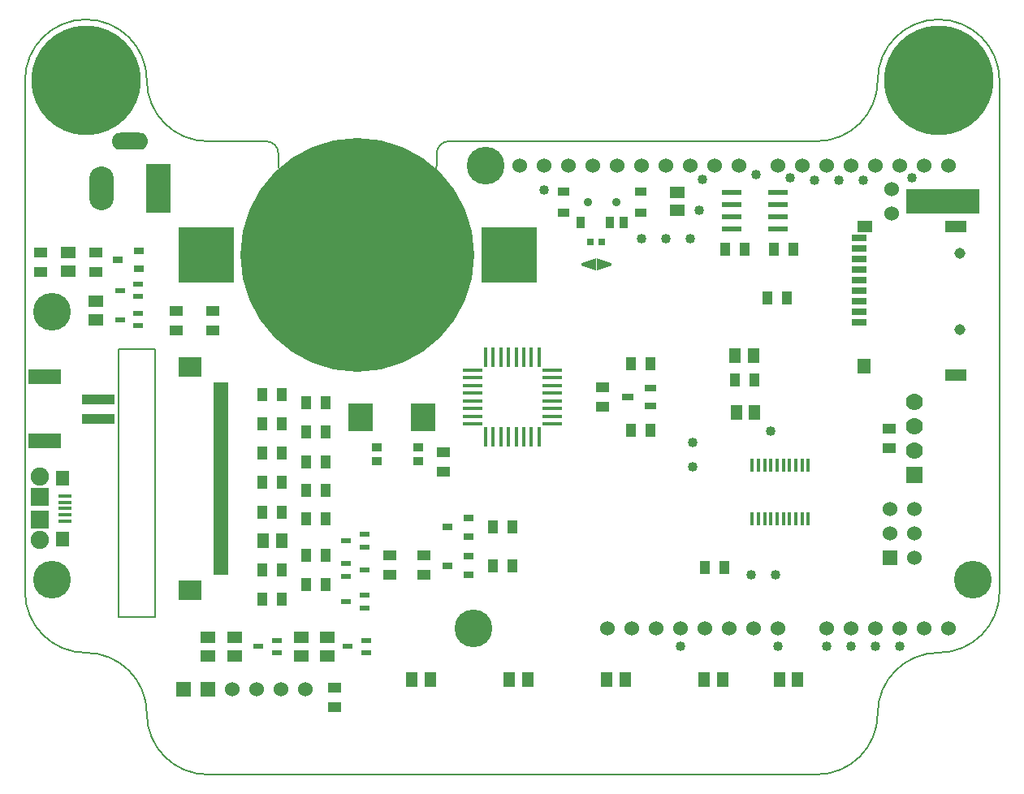
<source format=gbs>
G04 (created by PCBNEW (2013-03-15 BZR 4003)-stable) date 15-Jul-13 6:19:59 PM*
%MOIN*%
G04 Gerber Fmt 3.4, Leading zero omitted, Abs format*
%FSLAX34Y34*%
G01*
G70*
G90*
G04 APERTURE LIST*
%ADD10C,0*%
%ADD11C,0.005*%
%ADD12R,0.0394X0.0236*%
%ADD13R,0.0394X0.0315*%
%ADD14R,0.042X0.056*%
%ADD15R,0.056X0.042*%
%ADD16R,0.059X0.0512*%
%ADD17R,0.0512X0.059*%
%ADD18R,0.0472X0.0315*%
%ADD19C,0.04*%
%ADD20R,0.06X0.06*%
%ADD21C,0.06*%
%ADD22R,0.0787X0.0177*%
%ADD23R,0.0177X0.0787*%
%ADD24C,0.45*%
%ADD25C,0.07*%
%ADD26R,0.07X0.07*%
%ADD27R,0.054X0.016*%
%ADD28R,0.056X0.063*%
%ADD29R,0.075X0.075*%
%ADD30C,0.075*%
%ADD31R,0.08X0.024*%
%ADD32R,0.0394X0.0354*%
%ADD33R,0.0984252X0.11811*%
%ADD34R,0.3X0.1*%
%ADD35R,0.1337X0.059*%
%ADD36R,0.1377X0.0392*%
%ADD37C,0.155*%
%ADD38R,0.0944882X0.0787402*%
%ADD39R,0.0590551X0.019685*%
%ADD40O,0.1X0.18*%
%ADD41R,0.1X0.2*%
%ADD42O,0.15X0.07*%
%ADD43R,0.0165X0.0579*%
%ADD44R,0.0629921X0.0275591*%
%ADD45R,0.0629921X0.0472441*%
%ADD46R,0.0866142X0.0472441*%
%ADD47R,0.0551181X0.0629921*%
%ADD48C,0.045*%
%ADD49R,0.03X0.03*%
%ADD50R,0.0492126X0.0354331*%
%ADD51R,0.0354331X0.0492126*%
%ADD52C,0.0354331*%
%ADD53R,0.225X0.225*%
%ADD54C,0.96*%
G04 APERTURE END LIST*
G54D10*
G54D11*
X19900Y-19000D02*
X17500Y-19000D01*
X20400Y-19500D02*
G75*
G03X19900Y-19000I-500J0D01*
G74*
G01*
X27400Y-19000D02*
G75*
G03X26900Y-19500I0J-500D01*
G74*
G01*
X26400Y-20500D02*
G75*
G03X26900Y-20000I0J500D01*
G74*
G01*
X20400Y-20000D02*
G75*
G03X20900Y-20500I500J0D01*
G74*
G01*
X26900Y-19500D02*
X26900Y-20000D01*
X20400Y-19500D02*
X20400Y-20000D01*
X20900Y-20500D02*
X26400Y-20500D01*
X27400Y-19000D02*
X42500Y-19000D01*
X47500Y-40000D02*
G75*
G03X50000Y-37500I0J2500D01*
G74*
G01*
X42500Y-45000D02*
G75*
G03X45000Y-42500I0J2500D01*
G74*
G01*
X47500Y-40000D02*
G75*
G03X45000Y-42500I0J-2500D01*
G74*
G01*
X15000Y-42500D02*
G75*
G03X17500Y-45000I2500J0D01*
G74*
G01*
X10000Y-37500D02*
G75*
G03X12500Y-40000I2500J0D01*
G74*
G01*
X15000Y-42500D02*
G75*
G03X12500Y-40000I-2500J0D01*
G74*
G01*
X42500Y-19000D02*
G75*
G03X45000Y-16500I0J2500D01*
G74*
G01*
X50000Y-16500D02*
G75*
G03X47500Y-14000I-2500J0D01*
G74*
G01*
X47500Y-14000D02*
G75*
G03X45000Y-16500I0J-2500D01*
G74*
G01*
X15000Y-16500D02*
G75*
G03X17500Y-19000I2500J0D01*
G74*
G01*
X15000Y-16500D02*
G75*
G03X12500Y-14000I-2500J0D01*
G74*
G01*
X12500Y-14000D02*
G75*
G03X10000Y-16500I0J-2500D01*
G74*
G01*
X13850Y-38550D02*
X15350Y-38550D01*
X13850Y-27550D02*
X13850Y-38550D01*
X15350Y-27550D02*
X13850Y-27550D01*
X15350Y-38550D02*
X15350Y-27550D01*
X42500Y-45000D02*
X17500Y-45000D01*
X10000Y-37500D02*
X10000Y-16500D01*
X50000Y-16500D02*
X50000Y-37500D01*
G54D12*
X23924Y-38156D03*
X23924Y-37644D03*
X23176Y-37900D03*
X14649Y-26581D03*
X14649Y-26069D03*
X13901Y-26325D03*
X23924Y-35656D03*
X23924Y-35144D03*
X23176Y-35400D03*
X20324Y-40006D03*
X20324Y-39494D03*
X19576Y-39750D03*
X23176Y-36344D03*
X23176Y-36856D03*
X23924Y-36600D03*
X23999Y-40006D03*
X23999Y-39494D03*
X23251Y-39750D03*
X14649Y-25381D03*
X14649Y-24869D03*
X13901Y-25125D03*
G54D13*
X13792Y-23875D03*
X14658Y-24250D03*
X14658Y-23500D03*
G54D14*
X41275Y-25425D03*
X40475Y-25425D03*
X29200Y-34850D03*
X30000Y-34850D03*
X19750Y-34225D03*
X20550Y-34225D03*
X21550Y-30950D03*
X22350Y-30950D03*
X19750Y-33000D03*
X20550Y-33000D03*
X21550Y-32175D03*
X22350Y-32175D03*
G54D15*
X16220Y-26780D03*
X16220Y-25980D03*
G54D14*
X21550Y-29750D03*
X22350Y-29750D03*
X19750Y-30600D03*
X20550Y-30600D03*
G54D15*
X17700Y-26775D03*
X17700Y-25975D03*
G54D14*
X21550Y-33350D03*
X22350Y-33350D03*
X21550Y-37200D03*
X22350Y-37200D03*
X19750Y-31800D03*
X20550Y-31800D03*
X21550Y-36000D03*
X22350Y-36000D03*
X34875Y-28150D03*
X35675Y-28150D03*
X22350Y-34500D03*
X21550Y-34500D03*
X19750Y-36600D03*
X20550Y-36600D03*
X19750Y-37800D03*
X20550Y-37800D03*
X19750Y-29400D03*
X20550Y-29400D03*
G54D15*
X26375Y-36800D03*
X26375Y-36000D03*
G54D16*
X12900Y-26325D03*
X12900Y-25575D03*
X22400Y-39375D03*
X22400Y-40125D03*
X18600Y-40125D03*
X18600Y-39375D03*
G54D17*
X19775Y-35400D03*
X20525Y-35400D03*
G54D16*
X17500Y-39375D03*
X17500Y-40125D03*
X21350Y-39375D03*
X21350Y-40125D03*
G54D17*
X39900Y-27800D03*
X39150Y-27800D03*
G54D16*
X11775Y-24325D03*
X11775Y-23575D03*
G54D15*
X24975Y-36800D03*
X24975Y-36000D03*
G54D14*
X39150Y-28800D03*
X39950Y-28800D03*
X37900Y-36500D03*
X38700Y-36500D03*
G54D15*
X12900Y-23575D03*
X12900Y-24375D03*
G54D14*
X35675Y-30875D03*
X34875Y-30875D03*
G54D15*
X27175Y-31775D03*
X27175Y-32575D03*
X10650Y-23575D03*
X10650Y-24375D03*
X33700Y-29900D03*
X33700Y-29100D03*
G54D18*
X35675Y-29125D03*
X34725Y-29500D03*
X35675Y-29875D03*
G54D17*
X34640Y-41100D03*
X33890Y-41100D03*
X38640Y-41100D03*
X37890Y-41100D03*
X30640Y-41100D03*
X29890Y-41100D03*
X40960Y-41100D03*
X41710Y-41100D03*
G54D19*
X40610Y-30900D03*
X37400Y-32375D03*
G54D20*
X16500Y-41500D03*
X17500Y-41500D03*
G54D21*
X18500Y-41500D03*
X19500Y-41500D03*
X20500Y-41500D03*
X21500Y-41500D03*
G54D15*
X22700Y-41450D03*
X22700Y-42250D03*
G54D22*
X28366Y-28398D03*
X28366Y-28713D03*
X28366Y-29028D03*
X28366Y-29343D03*
X28366Y-29657D03*
X28366Y-29972D03*
X28366Y-30287D03*
X28366Y-30602D03*
X31634Y-30602D03*
X31634Y-28398D03*
X31634Y-28713D03*
X31634Y-29028D03*
X31634Y-29343D03*
X31634Y-29657D03*
X31634Y-29972D03*
X31634Y-30287D03*
G54D23*
X28898Y-31134D03*
X29213Y-31134D03*
X29528Y-31134D03*
X29843Y-31134D03*
X30157Y-31134D03*
X30472Y-31134D03*
X30787Y-31134D03*
X31102Y-31134D03*
X28898Y-27866D03*
X29213Y-27866D03*
X29528Y-27866D03*
X29843Y-27866D03*
X30157Y-27866D03*
X30472Y-27866D03*
X30787Y-27866D03*
X31102Y-27866D03*
G54D24*
X12500Y-16500D03*
G54D25*
X46500Y-29700D03*
X46500Y-30700D03*
X46500Y-31700D03*
G54D26*
X46500Y-32700D03*
G54D19*
X37400Y-31375D03*
X39800Y-36800D03*
X40800Y-36800D03*
G54D24*
X47500Y-16500D03*
G54D13*
X27342Y-36425D03*
X28208Y-36800D03*
X28208Y-36050D03*
G54D16*
X36775Y-21850D03*
X36775Y-21100D03*
G54D14*
X40750Y-23425D03*
X41550Y-23425D03*
G54D17*
X26640Y-41100D03*
X25890Y-41100D03*
G54D14*
X39525Y-23425D03*
X38725Y-23425D03*
G54D15*
X45475Y-30800D03*
X45475Y-31600D03*
G54D27*
X11650Y-34075D03*
X11650Y-33819D03*
X11650Y-33563D03*
X11650Y-34331D03*
X11650Y-34587D03*
G54D28*
X11550Y-35325D03*
X11550Y-32825D03*
G54D29*
X10600Y-34550D03*
X10600Y-33600D03*
G54D30*
X10600Y-35375D03*
X10600Y-32775D03*
G54D13*
X27342Y-34850D03*
X28208Y-35225D03*
X28208Y-34475D03*
G54D14*
X29200Y-36425D03*
X30000Y-36425D03*
G54D31*
X39000Y-21100D03*
X40900Y-21100D03*
X39000Y-21600D03*
X39000Y-22100D03*
X39000Y-22600D03*
X40900Y-21600D03*
X40900Y-22100D03*
X40900Y-22600D03*
G54D32*
X26125Y-32146D03*
X26125Y-31554D03*
X24450Y-32146D03*
X24450Y-31554D03*
G54D33*
X23775Y-30325D03*
X26325Y-30325D03*
G54D21*
X45575Y-20975D03*
X45575Y-21975D03*
G54D34*
X47675Y-21475D03*
G54D35*
X10819Y-31318D03*
G54D36*
X13004Y-30393D03*
X13004Y-29607D03*
G54D35*
X10819Y-28682D03*
G54D19*
X37675Y-21850D03*
G54D37*
X11100Y-26000D03*
X11100Y-37000D03*
G54D10*
G36*
X32825Y-24100D02*
X32825Y-24000D01*
X33425Y-23800D01*
X33425Y-24300D01*
X32825Y-24100D01*
X32825Y-24100D01*
G37*
G36*
X33475Y-24300D02*
X33475Y-23800D01*
X34075Y-24000D01*
X34075Y-24100D01*
X33475Y-24300D01*
X33475Y-24300D01*
G37*
G54D38*
X16768Y-28263D03*
X16768Y-37436D03*
G54D39*
X18050Y-29011D03*
X18050Y-29208D03*
X18050Y-29405D03*
X18050Y-29601D03*
X18050Y-29798D03*
X18050Y-29995D03*
X18050Y-30192D03*
X18050Y-30389D03*
X18050Y-30586D03*
X18050Y-30783D03*
X18050Y-30979D03*
X18050Y-31176D03*
X18050Y-31373D03*
X18050Y-31570D03*
X18050Y-31767D03*
X18050Y-31964D03*
X18050Y-32161D03*
X18050Y-32357D03*
X18050Y-32554D03*
X18050Y-32751D03*
X18050Y-32948D03*
X18050Y-33145D03*
X18050Y-33342D03*
X18050Y-33538D03*
X18050Y-33735D03*
X18050Y-33932D03*
X18050Y-34129D03*
X18050Y-34326D03*
X18050Y-34523D03*
X18050Y-34720D03*
X18050Y-34916D03*
X18050Y-35113D03*
X18050Y-35310D03*
X18050Y-35507D03*
X18050Y-35704D03*
X18050Y-35901D03*
X18050Y-36098D03*
X18050Y-36294D03*
X18050Y-36491D03*
X18050Y-36688D03*
G54D40*
X13125Y-20925D03*
G54D41*
X15487Y-20925D03*
G54D42*
X14306Y-18995D03*
G54D43*
X40872Y-32298D03*
X41128Y-32298D03*
X41384Y-32298D03*
X41640Y-32298D03*
X40104Y-34502D03*
X40104Y-32298D03*
X40360Y-32298D03*
X40616Y-32298D03*
X41896Y-34502D03*
X41640Y-34502D03*
X41384Y-34502D03*
X41128Y-34502D03*
X40872Y-34502D03*
X40616Y-34502D03*
X41896Y-32298D03*
X40360Y-34502D03*
X39848Y-32298D03*
X42152Y-32298D03*
X42152Y-34502D03*
X39848Y-34502D03*
G54D44*
X44230Y-24700D03*
X44230Y-24267D03*
X44230Y-23834D03*
X44230Y-23401D03*
X44230Y-22968D03*
X44230Y-25133D03*
X44230Y-25566D03*
X44230Y-25999D03*
X44230Y-26432D03*
G54D45*
X44466Y-22495D03*
G54D46*
X48206Y-22495D03*
X48206Y-28597D03*
G54D47*
X44426Y-28243D03*
G54D48*
X48363Y-23597D03*
X48363Y-26747D03*
G54D17*
X39200Y-30150D03*
X39950Y-30150D03*
G54D49*
X33675Y-23150D03*
X33200Y-23150D03*
G54D50*
X35284Y-21077D03*
X32115Y-21077D03*
X35284Y-21943D03*
X32115Y-21943D03*
G54D51*
X34585Y-22327D03*
X33995Y-22327D03*
X32814Y-22327D03*
G54D52*
X34290Y-21510D03*
X33109Y-21510D03*
G54D19*
X42900Y-39750D03*
X43900Y-39750D03*
X44900Y-39750D03*
X46400Y-20500D03*
X44400Y-20600D03*
X43400Y-20600D03*
X42400Y-20600D03*
X41400Y-20500D03*
X40000Y-20380D03*
X37800Y-20570D03*
X37300Y-23000D03*
X36300Y-23000D03*
X35300Y-23000D03*
X40900Y-39750D03*
X36900Y-39750D03*
X45900Y-39750D03*
X31300Y-21000D03*
G54D21*
X47900Y-39000D03*
X46900Y-39000D03*
X45900Y-39000D03*
X42900Y-39000D03*
X43900Y-39000D03*
X44900Y-39000D03*
X40900Y-39000D03*
X39900Y-39000D03*
X38900Y-39000D03*
X36900Y-39000D03*
X35900Y-39000D03*
X47900Y-20000D03*
X46900Y-20000D03*
X45900Y-20000D03*
X44900Y-20000D03*
X43900Y-20000D03*
X42900Y-20000D03*
X41900Y-20000D03*
X40900Y-20000D03*
X39300Y-20000D03*
X38300Y-20000D03*
X37300Y-20000D03*
X36300Y-20000D03*
X35300Y-20000D03*
X34300Y-20000D03*
X33300Y-20000D03*
X32300Y-20000D03*
X37900Y-39000D03*
G54D37*
X48900Y-37000D03*
X28900Y-20000D03*
X28400Y-39000D03*
G54D21*
X34900Y-39000D03*
X31300Y-20000D03*
X30300Y-20000D03*
X33900Y-39000D03*
G54D53*
X29875Y-23675D03*
X17425Y-23675D03*
G54D54*
X23650Y-23675D03*
G54D20*
X45500Y-36100D03*
G54D21*
X46500Y-36100D03*
X45500Y-35100D03*
X46500Y-35100D03*
X45500Y-34100D03*
X46500Y-34100D03*
M02*

</source>
